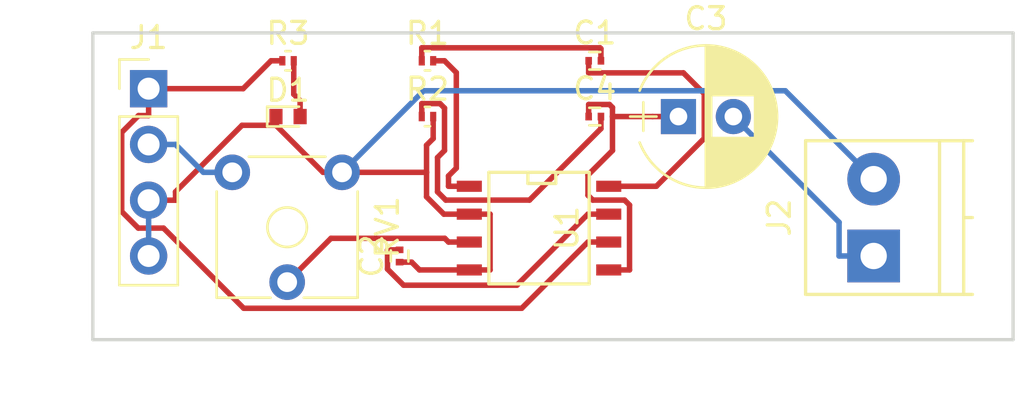
<source format=kicad_pcb>
(kicad_pcb (version 4) (host pcbnew 4.0.7-e2-6376~60~ubuntu17.10.1)

  (general
    (links 21)
    (no_connects 0)
    (area 49.454999 85.014999 91.515001 99.135001)
    (thickness 1.6)
    (drawings 4)
    (tracks 97)
    (zones 0)
    (modules 12)
    (nets 13)
  )

  (page A4)
  (layers
    (0 F.Cu signal)
    (31 B.Cu signal)
    (32 B.Adhes user)
    (33 F.Adhes user)
    (34 B.Paste user)
    (35 F.Paste user)
    (36 B.SilkS user)
    (37 F.SilkS user)
    (38 B.Mask user)
    (39 F.Mask user)
    (40 Dwgs.User user)
    (41 Cmts.User user)
    (42 Eco1.User user)
    (43 Eco2.User user)
    (44 Edge.Cuts user)
    (45 Margin user)
    (46 B.CrtYd user)
    (47 F.CrtYd user)
    (48 B.Fab user)
    (49 F.Fab user)
  )

  (setup
    (last_trace_width 0.25)
    (trace_clearance 0.25)
    (zone_clearance 0.508)
    (zone_45_only no)
    (trace_min 0.2)
    (segment_width 0.2)
    (edge_width 0.15)
    (via_size 0.6)
    (via_drill 0.4)
    (via_min_size 0.4)
    (via_min_drill 0.3)
    (uvia_size 0.3)
    (uvia_drill 0.1)
    (uvias_allowed no)
    (uvia_min_size 0.2)
    (uvia_min_drill 0.1)
    (pcb_text_width 0.3)
    (pcb_text_size 1.5 1.5)
    (mod_edge_width 0.15)
    (mod_text_size 1 1)
    (mod_text_width 0.15)
    (pad_size 1.524 1.524)
    (pad_drill 0.762)
    (pad_to_mask_clearance 0.2)
    (aux_axis_origin 0 0)
    (visible_elements FFFFFF7F)
    (pcbplotparams
      (layerselection 0x00030_80000001)
      (usegerberextensions false)
      (excludeedgelayer true)
      (linewidth 0.100000)
      (plotframeref false)
      (viasonmask false)
      (mode 1)
      (useauxorigin false)
      (hpglpennumber 1)
      (hpglpenspeed 20)
      (hpglpendiameter 15)
      (hpglpenoverlay 2)
      (psnegative false)
      (psa4output false)
      (plotreference true)
      (plotvalue true)
      (plotinvisibletext false)
      (padsonsilk false)
      (subtractmaskfromsilk false)
      (outputformat 1)
      (mirror false)
      (drillshape 1)
      (scaleselection 1)
      (outputdirectory ""))
  )

  (net 0 "")
  (net 1 "Net-(C1-Pad1)")
  (net 2 "Net-(C1-Pad2)")
  (net 3 GND)
  (net 4 "Net-(C2-Pad2)")
  (net 5 "Net-(C3-Pad1)")
  (net 6 "Net-(C3-Pad2)")
  (net 7 "Net-(C4-Pad2)")
  (net 8 "Net-(D1-Pad2)")
  (net 9 +5V)
  (net 10 "Net-(J1-Pad2)")
  (net 11 "Net-(R1-Pad2)")
  (net 12 "Net-(RV1-Pad2)")

  (net_class Default "Questo è il gruppo di collegamenti predefinito"
    (clearance 0.25)
    (trace_width 0.25)
    (via_dia 0.6)
    (via_drill 0.4)
    (uvia_dia 0.3)
    (uvia_drill 0.1)
    (add_net +5V)
    (add_net GND)
    (add_net "Net-(C1-Pad1)")
    (add_net "Net-(C1-Pad2)")
    (add_net "Net-(C2-Pad2)")
    (add_net "Net-(C3-Pad1)")
    (add_net "Net-(C3-Pad2)")
    (add_net "Net-(C4-Pad2)")
    (add_net "Net-(D1-Pad2)")
    (add_net "Net-(J1-Pad2)")
    (add_net "Net-(R1-Pad2)")
    (add_net "Net-(RV1-Pad2)")
  )

  (module Capacitors_SMD:C_0201 (layer F.Cu) (tedit 58AA83DF) (tstamp 5ADF0BB1)
    (at 72.39 86.36)
    (descr "Capacitor SMD 0201, reflow soldering, AVX (see smccp.pdf)")
    (tags "capacitor 0201")
    (path /5ADF099F)
    (attr smd)
    (fp_text reference C1 (at 0 -1.27) (layer F.SilkS)
      (effects (font (size 1 1) (thickness 0.15)))
    )
    (fp_text value 10pF (at 0 1.27) (layer F.Fab)
      (effects (font (size 1 1) (thickness 0.15)))
    )
    (fp_text user %R (at 0 -1.27) (layer F.Fab)
      (effects (font (size 1 1) (thickness 0.15)))
    )
    (fp_line (start -0.3 0.15) (end -0.3 -0.15) (layer F.Fab) (width 0.1))
    (fp_line (start 0.3 0.15) (end -0.3 0.15) (layer F.Fab) (width 0.1))
    (fp_line (start 0.3 -0.15) (end 0.3 0.15) (layer F.Fab) (width 0.1))
    (fp_line (start -0.3 -0.15) (end 0.3 -0.15) (layer F.Fab) (width 0.1))
    (fp_line (start 0.25 0.4) (end -0.25 0.4) (layer F.SilkS) (width 0.12))
    (fp_line (start -0.25 -0.4) (end 0.25 -0.4) (layer F.SilkS) (width 0.12))
    (fp_line (start -0.58 -0.33) (end 0.58 -0.33) (layer F.CrtYd) (width 0.05))
    (fp_line (start -0.58 -0.33) (end -0.58 0.32) (layer F.CrtYd) (width 0.05))
    (fp_line (start 0.58 0.32) (end 0.58 -0.33) (layer F.CrtYd) (width 0.05))
    (fp_line (start 0.58 0.32) (end -0.58 0.32) (layer F.CrtYd) (width 0.05))
    (pad 1 smd rect (at -0.28 0) (size 0.3 0.35) (layers F.Cu F.Paste F.Mask)
      (net 1 "Net-(C1-Pad1)"))
    (pad 2 smd rect (at 0.28 0) (size 0.3 0.35) (layers F.Cu F.Paste F.Mask)
      (net 2 "Net-(C1-Pad2)"))
    (model Capacitors_SMD.3dshapes/C_0201.wrl
      (at (xyz 0 0 0))
      (scale (xyz 1 1 1))
      (rotate (xyz 0 0 0))
    )
  )

  (module Capacitors_SMD:C_0201 (layer F.Cu) (tedit 58AA83DF) (tstamp 5ADF0BB7)
    (at 63.5 95.25 90)
    (descr "Capacitor SMD 0201, reflow soldering, AVX (see smccp.pdf)")
    (tags "capacitor 0201")
    (path /5ADF0D6B)
    (attr smd)
    (fp_text reference C2 (at 0 -1.27 90) (layer F.SilkS)
      (effects (font (size 1 1) (thickness 0.15)))
    )
    (fp_text value 10nF (at 0 1.27 90) (layer F.Fab)
      (effects (font (size 1 1) (thickness 0.15)))
    )
    (fp_text user %R (at 0 -1.27 90) (layer F.Fab)
      (effects (font (size 1 1) (thickness 0.15)))
    )
    (fp_line (start -0.3 0.15) (end -0.3 -0.15) (layer F.Fab) (width 0.1))
    (fp_line (start 0.3 0.15) (end -0.3 0.15) (layer F.Fab) (width 0.1))
    (fp_line (start 0.3 -0.15) (end 0.3 0.15) (layer F.Fab) (width 0.1))
    (fp_line (start -0.3 -0.15) (end 0.3 -0.15) (layer F.Fab) (width 0.1))
    (fp_line (start 0.25 0.4) (end -0.25 0.4) (layer F.SilkS) (width 0.12))
    (fp_line (start -0.25 -0.4) (end 0.25 -0.4) (layer F.SilkS) (width 0.12))
    (fp_line (start -0.58 -0.33) (end 0.58 -0.33) (layer F.CrtYd) (width 0.05))
    (fp_line (start -0.58 -0.33) (end -0.58 0.32) (layer F.CrtYd) (width 0.05))
    (fp_line (start 0.58 0.32) (end 0.58 -0.33) (layer F.CrtYd) (width 0.05))
    (fp_line (start 0.58 0.32) (end -0.58 0.32) (layer F.CrtYd) (width 0.05))
    (pad 1 smd rect (at -0.28 0 90) (size 0.3 0.35) (layers F.Cu F.Paste F.Mask)
      (net 3 GND))
    (pad 2 smd rect (at 0.28 0 90) (size 0.3 0.35) (layers F.Cu F.Paste F.Mask)
      (net 4 "Net-(C2-Pad2)"))
    (model Capacitors_SMD.3dshapes/C_0201.wrl
      (at (xyz 0 0 0))
      (scale (xyz 1 1 1))
      (rotate (xyz 0 0 0))
    )
  )

  (module Capacitors_THT:CP_Radial_D6.3mm_P2.50mm (layer F.Cu) (tedit 597BC7C2) (tstamp 5ADF0BBD)
    (at 76.2 88.9)
    (descr "CP, Radial series, Radial, pin pitch=2.50mm, , diameter=6.3mm, Electrolytic Capacitor")
    (tags "CP Radial series Radial pin pitch 2.50mm  diameter 6.3mm Electrolytic Capacitor")
    (path /5ADF0B3A)
    (fp_text reference C3 (at 1.25 -4.46) (layer F.SilkS)
      (effects (font (size 1 1) (thickness 0.15)))
    )
    (fp_text value 100uF (at 1.25 4.46) (layer F.Fab)
      (effects (font (size 1 1) (thickness 0.15)))
    )
    (fp_arc (start 1.25 0) (end -1.767482 -1.18) (angle 137.3) (layer F.SilkS) (width 0.12))
    (fp_arc (start 1.25 0) (end -1.767482 1.18) (angle -137.3) (layer F.SilkS) (width 0.12))
    (fp_arc (start 1.25 0) (end 4.267482 -1.18) (angle 42.7) (layer F.SilkS) (width 0.12))
    (fp_circle (center 1.25 0) (end 4.4 0) (layer F.Fab) (width 0.1))
    (fp_line (start -2.2 0) (end -1 0) (layer F.Fab) (width 0.1))
    (fp_line (start -1.6 -0.65) (end -1.6 0.65) (layer F.Fab) (width 0.1))
    (fp_line (start 1.25 -3.2) (end 1.25 3.2) (layer F.SilkS) (width 0.12))
    (fp_line (start 1.29 -3.2) (end 1.29 3.2) (layer F.SilkS) (width 0.12))
    (fp_line (start 1.33 -3.2) (end 1.33 3.2) (layer F.SilkS) (width 0.12))
    (fp_line (start 1.37 -3.198) (end 1.37 3.198) (layer F.SilkS) (width 0.12))
    (fp_line (start 1.41 -3.197) (end 1.41 3.197) (layer F.SilkS) (width 0.12))
    (fp_line (start 1.45 -3.194) (end 1.45 3.194) (layer F.SilkS) (width 0.12))
    (fp_line (start 1.49 -3.192) (end 1.49 3.192) (layer F.SilkS) (width 0.12))
    (fp_line (start 1.53 -3.188) (end 1.53 -0.98) (layer F.SilkS) (width 0.12))
    (fp_line (start 1.53 0.98) (end 1.53 3.188) (layer F.SilkS) (width 0.12))
    (fp_line (start 1.57 -3.185) (end 1.57 -0.98) (layer F.SilkS) (width 0.12))
    (fp_line (start 1.57 0.98) (end 1.57 3.185) (layer F.SilkS) (width 0.12))
    (fp_line (start 1.61 -3.18) (end 1.61 -0.98) (layer F.SilkS) (width 0.12))
    (fp_line (start 1.61 0.98) (end 1.61 3.18) (layer F.SilkS) (width 0.12))
    (fp_line (start 1.65 -3.176) (end 1.65 -0.98) (layer F.SilkS) (width 0.12))
    (fp_line (start 1.65 0.98) (end 1.65 3.176) (layer F.SilkS) (width 0.12))
    (fp_line (start 1.69 -3.17) (end 1.69 -0.98) (layer F.SilkS) (width 0.12))
    (fp_line (start 1.69 0.98) (end 1.69 3.17) (layer F.SilkS) (width 0.12))
    (fp_line (start 1.73 -3.165) (end 1.73 -0.98) (layer F.SilkS) (width 0.12))
    (fp_line (start 1.73 0.98) (end 1.73 3.165) (layer F.SilkS) (width 0.12))
    (fp_line (start 1.77 -3.158) (end 1.77 -0.98) (layer F.SilkS) (width 0.12))
    (fp_line (start 1.77 0.98) (end 1.77 3.158) (layer F.SilkS) (width 0.12))
    (fp_line (start 1.81 -3.152) (end 1.81 -0.98) (layer F.SilkS) (width 0.12))
    (fp_line (start 1.81 0.98) (end 1.81 3.152) (layer F.SilkS) (width 0.12))
    (fp_line (start 1.85 -3.144) (end 1.85 -0.98) (layer F.SilkS) (width 0.12))
    (fp_line (start 1.85 0.98) (end 1.85 3.144) (layer F.SilkS) (width 0.12))
    (fp_line (start 1.89 -3.137) (end 1.89 -0.98) (layer F.SilkS) (width 0.12))
    (fp_line (start 1.89 0.98) (end 1.89 3.137) (layer F.SilkS) (width 0.12))
    (fp_line (start 1.93 -3.128) (end 1.93 -0.98) (layer F.SilkS) (width 0.12))
    (fp_line (start 1.93 0.98) (end 1.93 3.128) (layer F.SilkS) (width 0.12))
    (fp_line (start 1.971 -3.119) (end 1.971 -0.98) (layer F.SilkS) (width 0.12))
    (fp_line (start 1.971 0.98) (end 1.971 3.119) (layer F.SilkS) (width 0.12))
    (fp_line (start 2.011 -3.11) (end 2.011 -0.98) (layer F.SilkS) (width 0.12))
    (fp_line (start 2.011 0.98) (end 2.011 3.11) (layer F.SilkS) (width 0.12))
    (fp_line (start 2.051 -3.1) (end 2.051 -0.98) (layer F.SilkS) (width 0.12))
    (fp_line (start 2.051 0.98) (end 2.051 3.1) (layer F.SilkS) (width 0.12))
    (fp_line (start 2.091 -3.09) (end 2.091 -0.98) (layer F.SilkS) (width 0.12))
    (fp_line (start 2.091 0.98) (end 2.091 3.09) (layer F.SilkS) (width 0.12))
    (fp_line (start 2.131 -3.079) (end 2.131 -0.98) (layer F.SilkS) (width 0.12))
    (fp_line (start 2.131 0.98) (end 2.131 3.079) (layer F.SilkS) (width 0.12))
    (fp_line (start 2.171 -3.067) (end 2.171 -0.98) (layer F.SilkS) (width 0.12))
    (fp_line (start 2.171 0.98) (end 2.171 3.067) (layer F.SilkS) (width 0.12))
    (fp_line (start 2.211 -3.055) (end 2.211 -0.98) (layer F.SilkS) (width 0.12))
    (fp_line (start 2.211 0.98) (end 2.211 3.055) (layer F.SilkS) (width 0.12))
    (fp_line (start 2.251 -3.042) (end 2.251 -0.98) (layer F.SilkS) (width 0.12))
    (fp_line (start 2.251 0.98) (end 2.251 3.042) (layer F.SilkS) (width 0.12))
    (fp_line (start 2.291 -3.029) (end 2.291 -0.98) (layer F.SilkS) (width 0.12))
    (fp_line (start 2.291 0.98) (end 2.291 3.029) (layer F.SilkS) (width 0.12))
    (fp_line (start 2.331 -3.015) (end 2.331 -0.98) (layer F.SilkS) (width 0.12))
    (fp_line (start 2.331 0.98) (end 2.331 3.015) (layer F.SilkS) (width 0.12))
    (fp_line (start 2.371 -3.001) (end 2.371 -0.98) (layer F.SilkS) (width 0.12))
    (fp_line (start 2.371 0.98) (end 2.371 3.001) (layer F.SilkS) (width 0.12))
    (fp_line (start 2.411 -2.986) (end 2.411 -0.98) (layer F.SilkS) (width 0.12))
    (fp_line (start 2.411 0.98) (end 2.411 2.986) (layer F.SilkS) (width 0.12))
    (fp_line (start 2.451 -2.97) (end 2.451 -0.98) (layer F.SilkS) (width 0.12))
    (fp_line (start 2.451 0.98) (end 2.451 2.97) (layer F.SilkS) (width 0.12))
    (fp_line (start 2.491 -2.954) (end 2.491 -0.98) (layer F.SilkS) (width 0.12))
    (fp_line (start 2.491 0.98) (end 2.491 2.954) (layer F.SilkS) (width 0.12))
    (fp_line (start 2.531 -2.937) (end 2.531 -0.98) (layer F.SilkS) (width 0.12))
    (fp_line (start 2.531 0.98) (end 2.531 2.937) (layer F.SilkS) (width 0.12))
    (fp_line (start 2.571 -2.919) (end 2.571 -0.98) (layer F.SilkS) (width 0.12))
    (fp_line (start 2.571 0.98) (end 2.571 2.919) (layer F.SilkS) (width 0.12))
    (fp_line (start 2.611 -2.901) (end 2.611 -0.98) (layer F.SilkS) (width 0.12))
    (fp_line (start 2.611 0.98) (end 2.611 2.901) (layer F.SilkS) (width 0.12))
    (fp_line (start 2.651 -2.882) (end 2.651 -0.98) (layer F.SilkS) (width 0.12))
    (fp_line (start 2.651 0.98) (end 2.651 2.882) (layer F.SilkS) (width 0.12))
    (fp_line (start 2.691 -2.863) (end 2.691 -0.98) (layer F.SilkS) (width 0.12))
    (fp_line (start 2.691 0.98) (end 2.691 2.863) (layer F.SilkS) (width 0.12))
    (fp_line (start 2.731 -2.843) (end 2.731 -0.98) (layer F.SilkS) (width 0.12))
    (fp_line (start 2.731 0.98) (end 2.731 2.843) (layer F.SilkS) (width 0.12))
    (fp_line (start 2.771 -2.822) (end 2.771 -0.98) (layer F.SilkS) (width 0.12))
    (fp_line (start 2.771 0.98) (end 2.771 2.822) (layer F.SilkS) (width 0.12))
    (fp_line (start 2.811 -2.8) (end 2.811 -0.98) (layer F.SilkS) (width 0.12))
    (fp_line (start 2.811 0.98) (end 2.811 2.8) (layer F.SilkS) (width 0.12))
    (fp_line (start 2.851 -2.778) (end 2.851 -0.98) (layer F.SilkS) (width 0.12))
    (fp_line (start 2.851 0.98) (end 2.851 2.778) (layer F.SilkS) (width 0.12))
    (fp_line (start 2.891 -2.755) (end 2.891 -0.98) (layer F.SilkS) (width 0.12))
    (fp_line (start 2.891 0.98) (end 2.891 2.755) (layer F.SilkS) (width 0.12))
    (fp_line (start 2.931 -2.731) (end 2.931 -0.98) (layer F.SilkS) (width 0.12))
    (fp_line (start 2.931 0.98) (end 2.931 2.731) (layer F.SilkS) (width 0.12))
    (fp_line (start 2.971 -2.706) (end 2.971 -0.98) (layer F.SilkS) (width 0.12))
    (fp_line (start 2.971 0.98) (end 2.971 2.706) (layer F.SilkS) (width 0.12))
    (fp_line (start 3.011 -2.681) (end 3.011 -0.98) (layer F.SilkS) (width 0.12))
    (fp_line (start 3.011 0.98) (end 3.011 2.681) (layer F.SilkS) (width 0.12))
    (fp_line (start 3.051 -2.654) (end 3.051 -0.98) (layer F.SilkS) (width 0.12))
    (fp_line (start 3.051 0.98) (end 3.051 2.654) (layer F.SilkS) (width 0.12))
    (fp_line (start 3.091 -2.627) (end 3.091 -0.98) (layer F.SilkS) (width 0.12))
    (fp_line (start 3.091 0.98) (end 3.091 2.627) (layer F.SilkS) (width 0.12))
    (fp_line (start 3.131 -2.599) (end 3.131 -0.98) (layer F.SilkS) (width 0.12))
    (fp_line (start 3.131 0.98) (end 3.131 2.599) (layer F.SilkS) (width 0.12))
    (fp_line (start 3.171 -2.57) (end 3.171 -0.98) (layer F.SilkS) (width 0.12))
    (fp_line (start 3.171 0.98) (end 3.171 2.57) (layer F.SilkS) (width 0.12))
    (fp_line (start 3.211 -2.54) (end 3.211 -0.98) (layer F.SilkS) (width 0.12))
    (fp_line (start 3.211 0.98) (end 3.211 2.54) (layer F.SilkS) (width 0.12))
    (fp_line (start 3.251 -2.51) (end 3.251 -0.98) (layer F.SilkS) (width 0.12))
    (fp_line (start 3.251 0.98) (end 3.251 2.51) (layer F.SilkS) (width 0.12))
    (fp_line (start 3.291 -2.478) (end 3.291 -0.98) (layer F.SilkS) (width 0.12))
    (fp_line (start 3.291 0.98) (end 3.291 2.478) (layer F.SilkS) (width 0.12))
    (fp_line (start 3.331 -2.445) (end 3.331 -0.98) (layer F.SilkS) (width 0.12))
    (fp_line (start 3.331 0.98) (end 3.331 2.445) (layer F.SilkS) (width 0.12))
    (fp_line (start 3.371 -2.411) (end 3.371 -0.98) (layer F.SilkS) (width 0.12))
    (fp_line (start 3.371 0.98) (end 3.371 2.411) (layer F.SilkS) (width 0.12))
    (fp_line (start 3.411 -2.375) (end 3.411 -0.98) (layer F.SilkS) (width 0.12))
    (fp_line (start 3.411 0.98) (end 3.411 2.375) (layer F.SilkS) (width 0.12))
    (fp_line (start 3.451 -2.339) (end 3.451 -0.98) (layer F.SilkS) (width 0.12))
    (fp_line (start 3.451 0.98) (end 3.451 2.339) (layer F.SilkS) (width 0.12))
    (fp_line (start 3.491 -2.301) (end 3.491 2.301) (layer F.SilkS) (width 0.12))
    (fp_line (start 3.531 -2.262) (end 3.531 2.262) (layer F.SilkS) (width 0.12))
    (fp_line (start 3.571 -2.222) (end 3.571 2.222) (layer F.SilkS) (width 0.12))
    (fp_line (start 3.611 -2.18) (end 3.611 2.18) (layer F.SilkS) (width 0.12))
    (fp_line (start 3.651 -2.137) (end 3.651 2.137) (layer F.SilkS) (width 0.12))
    (fp_line (start 3.691 -2.092) (end 3.691 2.092) (layer F.SilkS) (width 0.12))
    (fp_line (start 3.731 -2.045) (end 3.731 2.045) (layer F.SilkS) (width 0.12))
    (fp_line (start 3.771 -1.997) (end 3.771 1.997) (layer F.SilkS) (width 0.12))
    (fp_line (start 3.811 -1.946) (end 3.811 1.946) (layer F.SilkS) (width 0.12))
    (fp_line (start 3.851 -1.894) (end 3.851 1.894) (layer F.SilkS) (width 0.12))
    (fp_line (start 3.891 -1.839) (end 3.891 1.839) (layer F.SilkS) (width 0.12))
    (fp_line (start 3.931 -1.781) (end 3.931 1.781) (layer F.SilkS) (width 0.12))
    (fp_line (start 3.971 -1.721) (end 3.971 1.721) (layer F.SilkS) (width 0.12))
    (fp_line (start 4.011 -1.658) (end 4.011 1.658) (layer F.SilkS) (width 0.12))
    (fp_line (start 4.051 -1.591) (end 4.051 1.591) (layer F.SilkS) (width 0.12))
    (fp_line (start 4.091 -1.52) (end 4.091 1.52) (layer F.SilkS) (width 0.12))
    (fp_line (start 4.131 -1.445) (end 4.131 1.445) (layer F.SilkS) (width 0.12))
    (fp_line (start 4.171 -1.364) (end 4.171 1.364) (layer F.SilkS) (width 0.12))
    (fp_line (start 4.211 -1.278) (end 4.211 1.278) (layer F.SilkS) (width 0.12))
    (fp_line (start 4.251 -1.184) (end 4.251 1.184) (layer F.SilkS) (width 0.12))
    (fp_line (start 4.291 -1.081) (end 4.291 1.081) (layer F.SilkS) (width 0.12))
    (fp_line (start 4.331 -0.966) (end 4.331 0.966) (layer F.SilkS) (width 0.12))
    (fp_line (start 4.371 -0.834) (end 4.371 0.834) (layer F.SilkS) (width 0.12))
    (fp_line (start 4.411 -0.676) (end 4.411 0.676) (layer F.SilkS) (width 0.12))
    (fp_line (start 4.451 -0.468) (end 4.451 0.468) (layer F.SilkS) (width 0.12))
    (fp_line (start -2.2 0) (end -1 0) (layer F.SilkS) (width 0.12))
    (fp_line (start -1.6 -0.65) (end -1.6 0.65) (layer F.SilkS) (width 0.12))
    (fp_line (start -2.25 -3.5) (end -2.25 3.5) (layer F.CrtYd) (width 0.05))
    (fp_line (start -2.25 3.5) (end 4.75 3.5) (layer F.CrtYd) (width 0.05))
    (fp_line (start 4.75 3.5) (end 4.75 -3.5) (layer F.CrtYd) (width 0.05))
    (fp_line (start 4.75 -3.5) (end -2.25 -3.5) (layer F.CrtYd) (width 0.05))
    (fp_text user %R (at 1.25 0) (layer F.Fab)
      (effects (font (size 1 1) (thickness 0.15)))
    )
    (pad 1 thru_hole rect (at 0 0) (size 1.6 1.6) (drill 0.8) (layers *.Cu *.Mask)
      (net 5 "Net-(C3-Pad1)"))
    (pad 2 thru_hole circle (at 2.5 0) (size 1.6 1.6) (drill 0.8) (layers *.Cu *.Mask)
      (net 6 "Net-(C3-Pad2)"))
    (model ${KISYS3DMOD}/Capacitors_THT.3dshapes/CP_Radial_D6.3mm_P2.50mm.wrl
      (at (xyz 0 0 0))
      (scale (xyz 1 1 1))
      (rotate (xyz 0 0 0))
    )
  )

  (module Capacitors_SMD:C_0201 (layer F.Cu) (tedit 58AA83DF) (tstamp 5ADF0BC3)
    (at 72.39 88.9)
    (descr "Capacitor SMD 0201, reflow soldering, AVX (see smccp.pdf)")
    (tags "capacitor 0201")
    (path /5ADF1323)
    (attr smd)
    (fp_text reference C4 (at 0 -1.27) (layer F.SilkS)
      (effects (font (size 1 1) (thickness 0.15)))
    )
    (fp_text value C (at 0 1.27) (layer F.Fab)
      (effects (font (size 1 1) (thickness 0.15)))
    )
    (fp_text user %R (at 0 -1.27) (layer F.Fab)
      (effects (font (size 1 1) (thickness 0.15)))
    )
    (fp_line (start -0.3 0.15) (end -0.3 -0.15) (layer F.Fab) (width 0.1))
    (fp_line (start 0.3 0.15) (end -0.3 0.15) (layer F.Fab) (width 0.1))
    (fp_line (start 0.3 -0.15) (end 0.3 0.15) (layer F.Fab) (width 0.1))
    (fp_line (start -0.3 -0.15) (end 0.3 -0.15) (layer F.Fab) (width 0.1))
    (fp_line (start 0.25 0.4) (end -0.25 0.4) (layer F.SilkS) (width 0.12))
    (fp_line (start -0.25 -0.4) (end 0.25 -0.4) (layer F.SilkS) (width 0.12))
    (fp_line (start -0.58 -0.33) (end 0.58 -0.33) (layer F.CrtYd) (width 0.05))
    (fp_line (start -0.58 -0.33) (end -0.58 0.32) (layer F.CrtYd) (width 0.05))
    (fp_line (start 0.58 0.32) (end 0.58 -0.33) (layer F.CrtYd) (width 0.05))
    (fp_line (start 0.58 0.32) (end -0.58 0.32) (layer F.CrtYd) (width 0.05))
    (pad 1 smd rect (at -0.28 0) (size 0.3 0.35) (layers F.Cu F.Paste F.Mask)
      (net 5 "Net-(C3-Pad1)"))
    (pad 2 smd rect (at 0.28 0) (size 0.3 0.35) (layers F.Cu F.Paste F.Mask)
      (net 7 "Net-(C4-Pad2)"))
    (model Capacitors_SMD.3dshapes/C_0201.wrl
      (at (xyz 0 0 0))
      (scale (xyz 1 1 1))
      (rotate (xyz 0 0 0))
    )
  )

  (module LEDs:LED_0402 (layer F.Cu) (tedit 57FE9357) (tstamp 5ADF0BC9)
    (at 58.42 88.9)
    (descr "LED 0402 smd package")
    (tags "LED led 0402 SMD smd SMT smt smdled SMDLED smtled SMTLED")
    (path /5ADF16DF)
    (attr smd)
    (fp_text reference D1 (at 0 -1.2) (layer F.SilkS)
      (effects (font (size 1 1) (thickness 0.15)))
    )
    (fp_text value LED (at 0 1.4) (layer F.Fab)
      (effects (font (size 1 1) (thickness 0.15)))
    )
    (fp_line (start -0.95 -0.45) (end -0.95 0.45) (layer F.SilkS) (width 0.12))
    (fp_line (start -0.15 -0.2) (end -0.15 0.2) (layer F.Fab) (width 0.1))
    (fp_line (start -0.15 0) (end 0.15 -0.2) (layer F.Fab) (width 0.1))
    (fp_line (start 0.15 0.2) (end -0.15 0) (layer F.Fab) (width 0.1))
    (fp_line (start 0.15 -0.2) (end 0.15 0.2) (layer F.Fab) (width 0.1))
    (fp_line (start 0.5 0.25) (end -0.5 0.25) (layer F.Fab) (width 0.1))
    (fp_line (start 0.5 -0.25) (end 0.5 0.25) (layer F.Fab) (width 0.1))
    (fp_line (start -0.5 -0.25) (end 0.5 -0.25) (layer F.Fab) (width 0.1))
    (fp_line (start -0.5 0.25) (end -0.5 -0.25) (layer F.Fab) (width 0.1))
    (fp_line (start -0.95 0.45) (end 0.5 0.45) (layer F.SilkS) (width 0.12))
    (fp_line (start -0.95 -0.45) (end 0.5 -0.45) (layer F.SilkS) (width 0.12))
    (fp_line (start 1 -0.5) (end 1 0.5) (layer F.CrtYd) (width 0.05))
    (fp_line (start 1 0.5) (end -1 0.5) (layer F.CrtYd) (width 0.05))
    (fp_line (start -1 0.5) (end -1 -0.5) (layer F.CrtYd) (width 0.05))
    (fp_line (start -1 -0.5) (end 1 -0.5) (layer F.CrtYd) (width 0.05))
    (pad 2 smd rect (at 0.55 0 180) (size 0.6 0.7) (layers F.Cu F.Paste F.Mask)
      (net 8 "Net-(D1-Pad2)"))
    (pad 1 smd rect (at -0.55 0 180) (size 0.6 0.7) (layers F.Cu F.Paste F.Mask)
      (net 3 GND))
    (model ${KISYS3DMOD}/LEDs.3dshapes/LED_0402.wrl
      (at (xyz 0 0 0))
      (scale (xyz 1 1 1))
      (rotate (xyz 0 0 180))
    )
  )

  (module Pin_Headers:Pin_Header_Straight_1x04_Pitch2.54mm (layer F.Cu) (tedit 59650532) (tstamp 5ADF0BD1)
    (at 52.07 87.63)
    (descr "Through hole straight pin header, 1x04, 2.54mm pitch, single row")
    (tags "Through hole pin header THT 1x04 2.54mm single row")
    (path /5ADF2A4F)
    (fp_text reference J1 (at 0 -2.33) (layer F.SilkS)
      (effects (font (size 1 1) (thickness 0.15)))
    )
    (fp_text value Conn_01x04_Male (at 0 9.95) (layer F.Fab)
      (effects (font (size 1 1) (thickness 0.15)))
    )
    (fp_line (start -0.635 -1.27) (end 1.27 -1.27) (layer F.Fab) (width 0.1))
    (fp_line (start 1.27 -1.27) (end 1.27 8.89) (layer F.Fab) (width 0.1))
    (fp_line (start 1.27 8.89) (end -1.27 8.89) (layer F.Fab) (width 0.1))
    (fp_line (start -1.27 8.89) (end -1.27 -0.635) (layer F.Fab) (width 0.1))
    (fp_line (start -1.27 -0.635) (end -0.635 -1.27) (layer F.Fab) (width 0.1))
    (fp_line (start -1.33 8.95) (end 1.33 8.95) (layer F.SilkS) (width 0.12))
    (fp_line (start -1.33 1.27) (end -1.33 8.95) (layer F.SilkS) (width 0.12))
    (fp_line (start 1.33 1.27) (end 1.33 8.95) (layer F.SilkS) (width 0.12))
    (fp_line (start -1.33 1.27) (end 1.33 1.27) (layer F.SilkS) (width 0.12))
    (fp_line (start -1.33 0) (end -1.33 -1.33) (layer F.SilkS) (width 0.12))
    (fp_line (start -1.33 -1.33) (end 0 -1.33) (layer F.SilkS) (width 0.12))
    (fp_line (start -1.8 -1.8) (end -1.8 9.4) (layer F.CrtYd) (width 0.05))
    (fp_line (start -1.8 9.4) (end 1.8 9.4) (layer F.CrtYd) (width 0.05))
    (fp_line (start 1.8 9.4) (end 1.8 -1.8) (layer F.CrtYd) (width 0.05))
    (fp_line (start 1.8 -1.8) (end -1.8 -1.8) (layer F.CrtYd) (width 0.05))
    (fp_text user %R (at 0 3.81 90) (layer F.Fab)
      (effects (font (size 1 1) (thickness 0.15)))
    )
    (pad 1 thru_hole rect (at 0 0) (size 1.7 1.7) (drill 1) (layers *.Cu *.Mask)
      (net 9 +5V))
    (pad 2 thru_hole oval (at 0 2.54) (size 1.7 1.7) (drill 1) (layers *.Cu *.Mask)
      (net 10 "Net-(J1-Pad2)"))
    (pad 3 thru_hole oval (at 0 5.08) (size 1.7 1.7) (drill 1) (layers *.Cu *.Mask)
      (net 3 GND))
    (pad 4 thru_hole oval (at 0 7.62) (size 1.7 1.7) (drill 1) (layers *.Cu *.Mask)
      (net 3 GND))
    (model ${KISYS3DMOD}/Pin_Headers.3dshapes/Pin_Header_Straight_1x04_Pitch2.54mm.wrl
      (at (xyz 0 0 0))
      (scale (xyz 1 1 1))
      (rotate (xyz 0 0 0))
    )
  )

  (module Resistors_SMD:R_0201 (layer F.Cu) (tedit 58E0A804) (tstamp 5ADF0BDD)
    (at 64.77 86.36)
    (descr "Resistor SMD 0201, reflow soldering, Vishay (see crcw0201e3.pdf)")
    (tags "resistor 0201")
    (path /5ADF0903)
    (attr smd)
    (fp_text reference R1 (at 0 -1.25) (layer F.SilkS)
      (effects (font (size 1 1) (thickness 0.15)))
    )
    (fp_text value 0 (at 0 1.3) (layer F.Fab)
      (effects (font (size 1 1) (thickness 0.15)))
    )
    (fp_text user %R (at 0 -1.25) (layer F.Fab)
      (effects (font (size 1 1) (thickness 0.15)))
    )
    (fp_line (start -0.3 0.15) (end -0.3 -0.15) (layer F.Fab) (width 0.1))
    (fp_line (start 0.3 0.15) (end -0.3 0.15) (layer F.Fab) (width 0.1))
    (fp_line (start 0.3 -0.15) (end 0.3 0.15) (layer F.Fab) (width 0.1))
    (fp_line (start -0.3 -0.15) (end 0.3 -0.15) (layer F.Fab) (width 0.1))
    (fp_line (start 0.12 -0.44) (end -0.12 -0.44) (layer F.SilkS) (width 0.12))
    (fp_line (start -0.12 0.44) (end 0.12 0.44) (layer F.SilkS) (width 0.12))
    (fp_line (start -0.55 -0.37) (end 0.55 -0.37) (layer F.CrtYd) (width 0.05))
    (fp_line (start -0.55 -0.37) (end -0.55 0.36) (layer F.CrtYd) (width 0.05))
    (fp_line (start 0.55 0.36) (end 0.55 -0.37) (layer F.CrtYd) (width 0.05))
    (fp_line (start 0.55 0.36) (end -0.55 0.36) (layer F.CrtYd) (width 0.05))
    (pad 1 smd rect (at -0.26 0) (size 0.28 0.43) (layers F.Cu F.Paste F.Mask)
      (net 2 "Net-(C1-Pad2)"))
    (pad 2 smd rect (at 0.26 0) (size 0.28 0.43) (layers F.Cu F.Paste F.Mask)
      (net 11 "Net-(R1-Pad2)"))
    (model ${KISYS3DMOD}/Resistors_SMD.3dshapes/R_0201.wrl
      (at (xyz 0 0 0))
      (scale (xyz 1 1 1))
      (rotate (xyz 0 0 0))
    )
  )

  (module Resistors_SMD:R_0201 (layer F.Cu) (tedit 58E0A804) (tstamp 5ADF0BE3)
    (at 64.77 88.9)
    (descr "Resistor SMD 0201, reflow soldering, Vishay (see crcw0201e3.pdf)")
    (tags "resistor 0201")
    (path /5ADF1453)
    (attr smd)
    (fp_text reference R2 (at 0 -1.25) (layer F.SilkS)
      (effects (font (size 1 1) (thickness 0.15)))
    )
    (fp_text value 100 (at 0 1.3) (layer F.Fab)
      (effects (font (size 1 1) (thickness 0.15)))
    )
    (fp_text user %R (at 0 -1.25) (layer F.Fab)
      (effects (font (size 1 1) (thickness 0.15)))
    )
    (fp_line (start -0.3 0.15) (end -0.3 -0.15) (layer F.Fab) (width 0.1))
    (fp_line (start 0.3 0.15) (end -0.3 0.15) (layer F.Fab) (width 0.1))
    (fp_line (start 0.3 -0.15) (end 0.3 0.15) (layer F.Fab) (width 0.1))
    (fp_line (start -0.3 -0.15) (end 0.3 -0.15) (layer F.Fab) (width 0.1))
    (fp_line (start 0.12 -0.44) (end -0.12 -0.44) (layer F.SilkS) (width 0.12))
    (fp_line (start -0.12 0.44) (end 0.12 0.44) (layer F.SilkS) (width 0.12))
    (fp_line (start -0.55 -0.37) (end 0.55 -0.37) (layer F.CrtYd) (width 0.05))
    (fp_line (start -0.55 -0.37) (end -0.55 0.36) (layer F.CrtYd) (width 0.05))
    (fp_line (start 0.55 0.36) (end 0.55 -0.37) (layer F.CrtYd) (width 0.05))
    (fp_line (start 0.55 0.36) (end -0.55 0.36) (layer F.CrtYd) (width 0.05))
    (pad 1 smd rect (at -0.26 0) (size 0.28 0.43) (layers F.Cu F.Paste F.Mask)
      (net 7 "Net-(C4-Pad2)"))
    (pad 2 smd rect (at 0.26 0) (size 0.28 0.43) (layers F.Cu F.Paste F.Mask)
      (net 3 GND))
    (model ${KISYS3DMOD}/Resistors_SMD.3dshapes/R_0201.wrl
      (at (xyz 0 0 0))
      (scale (xyz 1 1 1))
      (rotate (xyz 0 0 0))
    )
  )

  (module Resistors_SMD:R_0201 (layer F.Cu) (tedit 58E0A804) (tstamp 5ADF0BE9)
    (at 58.42 86.36)
    (descr "Resistor SMD 0201, reflow soldering, Vishay (see crcw0201e3.pdf)")
    (tags "resistor 0201")
    (path /5ADF160C)
    (attr smd)
    (fp_text reference R3 (at 0 -1.25) (layer F.SilkS)
      (effects (font (size 1 1) (thickness 0.15)))
    )
    (fp_text value 1K (at 0 1.3) (layer F.Fab)
      (effects (font (size 1 1) (thickness 0.15)))
    )
    (fp_text user %R (at 0 -1.25) (layer F.Fab)
      (effects (font (size 1 1) (thickness 0.15)))
    )
    (fp_line (start -0.3 0.15) (end -0.3 -0.15) (layer F.Fab) (width 0.1))
    (fp_line (start 0.3 0.15) (end -0.3 0.15) (layer F.Fab) (width 0.1))
    (fp_line (start 0.3 -0.15) (end 0.3 0.15) (layer F.Fab) (width 0.1))
    (fp_line (start -0.3 -0.15) (end 0.3 -0.15) (layer F.Fab) (width 0.1))
    (fp_line (start 0.12 -0.44) (end -0.12 -0.44) (layer F.SilkS) (width 0.12))
    (fp_line (start -0.12 0.44) (end 0.12 0.44) (layer F.SilkS) (width 0.12))
    (fp_line (start -0.55 -0.37) (end 0.55 -0.37) (layer F.CrtYd) (width 0.05))
    (fp_line (start -0.55 -0.37) (end -0.55 0.36) (layer F.CrtYd) (width 0.05))
    (fp_line (start 0.55 0.36) (end 0.55 -0.37) (layer F.CrtYd) (width 0.05))
    (fp_line (start 0.55 0.36) (end -0.55 0.36) (layer F.CrtYd) (width 0.05))
    (pad 1 smd rect (at -0.26 0) (size 0.28 0.43) (layers F.Cu F.Paste F.Mask)
      (net 9 +5V))
    (pad 2 smd rect (at 0.26 0) (size 0.28 0.43) (layers F.Cu F.Paste F.Mask)
      (net 8 "Net-(D1-Pad2)"))
    (model ${KISYS3DMOD}/Resistors_SMD.3dshapes/R_0201.wrl
      (at (xyz 0 0 0))
      (scale (xyz 1 1 1))
      (rotate (xyz 0 0 0))
    )
  )

  (module SMD_Packages:SOIC-8-N (layer F.Cu) (tedit 0) (tstamp 5ADF0BFC)
    (at 69.85 93.98 270)
    (descr "Module Narrow CMS SOJ 8 pins large")
    (tags "CMS SOJ")
    (path /5ADF07DF)
    (attr smd)
    (fp_text reference U1 (at 0 -1.27 270) (layer F.SilkS)
      (effects (font (size 1 1) (thickness 0.15)))
    )
    (fp_text value LM386 (at 0 1.27 270) (layer F.Fab)
      (effects (font (size 1 1) (thickness 0.15)))
    )
    (fp_line (start -2.54 -2.286) (end 2.54 -2.286) (layer F.SilkS) (width 0.15))
    (fp_line (start 2.54 -2.286) (end 2.54 2.286) (layer F.SilkS) (width 0.15))
    (fp_line (start 2.54 2.286) (end -2.54 2.286) (layer F.SilkS) (width 0.15))
    (fp_line (start -2.54 2.286) (end -2.54 -2.286) (layer F.SilkS) (width 0.15))
    (fp_line (start -2.54 -0.762) (end -2.032 -0.762) (layer F.SilkS) (width 0.15))
    (fp_line (start -2.032 -0.762) (end -2.032 0.508) (layer F.SilkS) (width 0.15))
    (fp_line (start -2.032 0.508) (end -2.54 0.508) (layer F.SilkS) (width 0.15))
    (pad 8 smd rect (at -1.905 -3.175 270) (size 0.508 1.143) (layers F.Cu F.Paste F.Mask)
      (net 1 "Net-(C1-Pad1)"))
    (pad 7 smd rect (at -0.635 -3.175 270) (size 0.508 1.143) (layers F.Cu F.Paste F.Mask)
      (net 4 "Net-(C2-Pad2)"))
    (pad 6 smd rect (at 0.635 -3.175 270) (size 0.508 1.143) (layers F.Cu F.Paste F.Mask)
      (net 9 +5V))
    (pad 5 smd rect (at 1.905 -3.175 270) (size 0.508 1.143) (layers F.Cu F.Paste F.Mask)
      (net 5 "Net-(C3-Pad1)"))
    (pad 4 smd rect (at 1.905 3.175 270) (size 0.508 1.143) (layers F.Cu F.Paste F.Mask)
      (net 3 GND))
    (pad 3 smd rect (at 0.635 3.175 270) (size 0.508 1.143) (layers F.Cu F.Paste F.Mask)
      (net 12 "Net-(RV1-Pad2)"))
    (pad 2 smd rect (at -0.635 3.175 270) (size 0.508 1.143) (layers F.Cu F.Paste F.Mask)
      (net 3 GND))
    (pad 1 smd rect (at -1.905 3.175 270) (size 0.508 1.143) (layers F.Cu F.Paste F.Mask)
      (net 11 "Net-(R1-Pad2)"))
    (model SMD_Packages.3dshapes/SOIC-8-N.wrl
      (at (xyz 0 0 0))
      (scale (xyz 0.5 0.38 0.5))
      (rotate (xyz 0 0 0))
    )
  )

  (module Potentiometers:Potentiometer_Trimmer_ACP_CA6v_Horizontal (layer F.Cu) (tedit 58826B0A) (tstamp 5ADF0DA6)
    (at 55.88 91.44 270)
    (descr "Potentiometer, horizontally mounted, Omeg PC16PU, Omeg PC16PU, Omeg PC16PU, Vishay/Spectrol 248GJ/249GJ Single, Vishay/Spectrol 248GJ/249GJ Single, Vishay/Spectrol 248GJ/249GJ Single, Vishay/Spectrol 248GH/249GH Single, Vishay/Spectrol 148/149 Single, Vishay/Spectrol 148/149 Single, Vishay/Spectrol 148/149 Single, Vishay/Spectrol 148A/149A Single with mounting plates, Vishay/Spectrol 148/149 Double, Vishay/Spectrol 148A/149A Double with mounting plates, Piher PC-16 Single, Piher PC-16 Single, Piher PC-16 Single, Piher PC-16SV Single, Piher PC-16 Double, Piher PC-16 Triple, Piher T16H Single, Piher T16L Single, Piher T16H Double, Alps RK163 Single, Alps RK163 Double, Alps RK097 Single, Alps RK097 Double, Bourns PTV09A-2 Single with mounting sleve Single, Bourns PTV09A-1 with mounting sleve Single, Bourns PRS11S Single, Alps RK09K Single with mounting sleve Single, Alps RK09K with mounting sleve Single, Alps RK09L Single, Alps RK09L Single, Alps RK09L Double, Alps RK09L Double, Alps RK09Y Single, Bourns 3339S Single, Bourns 3339S Single, Bourns 3339P Single, Bourns 3339H Single, Vishay T7YA Single, Suntan TSR-3386H Single, Suntan TSR-3386H Single, Suntan TSR-3386P Single, Vishay T73XX Single, Vishay T73XX Single, Vishay T73YP Single, Piher PT-6h Single, Piher PT-6v Single, Piher PT-6v Single, Piher PT-10h2.5 Single, Piher PT-10h5 Single, Piher PT-101h3.8 Single, Piher PT-10v10 Single, Piher PT-10v10 Single, Piher PT-10v5 Single, Piher PT-15h5 Single, Piher PT-15h2.5 Single, Piher PT-15B Single, Piher PT-15hc5 Single, Piher PT-15v12.5 Single, Piher PT-15v12.5 Single, Piher PT-15v15 Single, Piher PT-15v15 Single, ACP CA6h Single, ACP CA6v Single, http://www.acptechnologies.com/wp-content/uploads/2016/12/ACP-CAT%C3%81LOGO-ENTERO-2016.pdf")
    (tags "Potentiometer horizontal  Omeg PC16PU  Omeg PC16PU  Omeg PC16PU  Vishay/Spectrol 248GJ/249GJ Single  Vishay/Spectrol 248GJ/249GJ Single  Vishay/Spectrol 248GJ/249GJ Single  Vishay/Spectrol 248GH/249GH Single  Vishay/Spectrol 148/149 Single  Vishay/Spectrol 148/149 Single  Vishay/Spectrol 148/149 Single  Vishay/Spectrol 148A/149A Single with mounting plates  Vishay/Spectrol 148/149 Double  Vishay/Spectrol 148A/149A Double with mounting plates  Piher PC-16 Single  Piher PC-16 Single  Piher PC-16 Single  Piher PC-16SV Single  Piher PC-16 Double  Piher PC-16 Triple  Piher T16H Single  Piher T16L Single  Piher T16H Double  Alps RK163 Single  Alps RK163 Double  Alps RK097 Single  Alps RK097 Double  Bourns PTV09A-2 Single with mounting sleve Single  Bourns PTV09A-1 with mounting sleve Single  Bourns PRS11S Single  Alps RK09K Single with mounting sleve Single  Alps RK09K with mounting sleve Single  Alps RK09L Single  Alps RK09L Single  Alps RK09L Double  Alps RK09L Double  Alps RK09Y Single  Bourns 3339S Single  Bourns 3339S Single  Bourns 3339P Single  Bourns 3339H Single  Vishay T7YA Single  Suntan TSR-3386H Single  Suntan TSR-3386H Single  Suntan TSR-3386P Single  Vishay T73XX Single  Vishay T73XX Single  Vishay T73YP Single  Piher PT-6h Single  Piher PT-6v Single  Piher PT-6v Single  Piher PT-10h2.5 Single  Piher PT-10h5 Single  Piher PT-101h3.8 Single  Piher PT-10v10 Single  Piher PT-10v10 Single  Piher PT-10v5 Single  Piher PT-15h5 Single  Piher PT-15h2.5 Single  Piher PT-15B Single  Piher PT-15hc5 Single  Piher PT-15v12.5 Single  Piher PT-15v12.5 Single  Piher PT-15v15 Single  Piher PT-15v15 Single  ACP CA6h Single  ACP CA6v Single")
    (path /5ADF089C)
    (fp_text reference RV1 (at 2.5 -7.06 270) (layer F.SilkS)
      (effects (font (size 1 1) (thickness 0.15)))
    )
    (fp_text value 10K (at 2.5 2.06 270) (layer F.Fab)
      (effects (font (size 1 1) (thickness 0.15)))
    )
    (fp_circle (center 2.5 -2.5) (end 3.5 -2.5) (layer F.Fab) (width 0.1))
    (fp_circle (center 2.5 -2.5) (end 3.4 -2.5) (layer F.Fab) (width 0.1))
    (fp_circle (center 2.5 -2.5) (end 3.4 -2.5) (layer F.SilkS) (width 0.12))
    (fp_line (start -0.65 -5.65) (end -0.65 0.65) (layer F.Fab) (width 0.1))
    (fp_line (start -0.65 0.65) (end 5.65 0.65) (layer F.Fab) (width 0.1))
    (fp_line (start 5.65 0.65) (end 5.65 -5.65) (layer F.Fab) (width 0.1))
    (fp_line (start 5.65 -5.65) (end -0.65 -5.65) (layer F.Fab) (width 0.1))
    (fp_line (start 0.873 -5.71) (end 5.71 -5.71) (layer F.SilkS) (width 0.12))
    (fp_line (start 0.873 0.71) (end 5.71 0.71) (layer F.SilkS) (width 0.12))
    (fp_line (start -0.71 -4.242) (end -0.71 -0.757) (layer F.SilkS) (width 0.12))
    (fp_line (start 5.71 -5.71) (end 5.71 -3.257) (layer F.SilkS) (width 0.12))
    (fp_line (start 5.71 -1.742) (end 5.71 0.71) (layer F.SilkS) (width 0.12))
    (fp_line (start -1.1 -6.1) (end -1.1 1.1) (layer F.CrtYd) (width 0.05))
    (fp_line (start -1.1 1.1) (end 6.1 1.1) (layer F.CrtYd) (width 0.05))
    (fp_line (start 6.1 1.1) (end 6.1 -6.1) (layer F.CrtYd) (width 0.05))
    (fp_line (start 6.1 -6.1) (end -1.1 -6.1) (layer F.CrtYd) (width 0.05))
    (pad 3 thru_hole circle (at 0 -5 270) (size 1.62 1.62) (drill 0.9) (layers *.Cu *.Mask)
      (net 3 GND))
    (pad 2 thru_hole circle (at 5 -2.5 270) (size 1.62 1.62) (drill 0.9) (layers *.Cu *.Mask)
      (net 12 "Net-(RV1-Pad2)"))
    (pad 1 thru_hole circle (at 0 0 270) (size 1.62 1.62) (drill 0.9) (layers *.Cu *.Mask)
      (net 10 "Net-(J1-Pad2)"))
    (model Potentiometers.3dshapes/Potentiometer_Trimmer_ACP_CA6v_Horizontal.wrl
      (at (xyz 0 0 0))
      (scale (xyz 0.393701 0.393701 0.393701))
      (rotate (xyz 0 0 0))
    )
  )

  (module TerminalBlocks_Phoenix:TerminalBlock_Phoenix_PT-3.5mm_2pol (layer F.Cu) (tedit 59FF0756) (tstamp 5ADF0F26)
    (at 85.09 95.25 90)
    (descr "2-way 3.5mm pitch terminal block, Phoenix PT series")
    (path /5ADF2F5C)
    (fp_text reference J2 (at 1.75 -4.3 90) (layer F.SilkS)
      (effects (font (size 1 1) (thickness 0.15)))
    )
    (fp_text value Screw_Terminal_01x02 (at 1.75 6 90) (layer F.Fab)
      (effects (font (size 1 1) (thickness 0.15)))
    )
    (fp_text user %R (at 1.75 0 90) (layer F.Fab)
      (effects (font (size 1 1) (thickness 0.15)))
    )
    (fp_line (start -1.9 -3.3) (end 5.4 -3.3) (layer F.CrtYd) (width 0.05))
    (fp_line (start -1.9 4.7) (end -1.9 -3.3) (layer F.CrtYd) (width 0.05))
    (fp_line (start 5.4 4.7) (end -1.9 4.7) (layer F.CrtYd) (width 0.05))
    (fp_line (start 5.4 -3.3) (end 5.4 4.7) (layer F.CrtYd) (width 0.05))
    (fp_line (start 1.75 4.1) (end 1.75 4.5) (layer F.SilkS) (width 0.15))
    (fp_line (start -1.75 3) (end 5.25 3) (layer F.SilkS) (width 0.15))
    (fp_line (start -1.75 4.1) (end 5.25 4.1) (layer F.SilkS) (width 0.15))
    (fp_line (start -1.75 -3.1) (end -1.75 4.5) (layer F.SilkS) (width 0.15))
    (fp_line (start 5.25 4.5) (end 5.25 -3.1) (layer F.SilkS) (width 0.15))
    (fp_line (start 5.25 -3.1) (end -1.75 -3.1) (layer F.SilkS) (width 0.15))
    (pad 2 thru_hole circle (at 3.5 0 90) (size 2.4 2.4) (drill 1.2) (layers *.Cu *.Mask)
      (net 3 GND))
    (pad 1 thru_hole rect (at 0 0 90) (size 2.4 2.4) (drill 1.2) (layers *.Cu *.Mask)
      (net 6 "Net-(C3-Pad2)"))
    (model ${KISYS3DMOD}/TerminalBlock_Phoenix.3dshapes/TerminalBlock_Phoenix_PT-3.5mm_2pol.wrl
      (at (xyz 0 0 0))
      (scale (xyz 1 1 1))
      (rotate (xyz 0 0 0))
    )
  )

  (gr_line (start 49.53 85.09) (end 49.53 99.06) (angle 90) (layer Edge.Cuts) (width 0.15))
  (gr_line (start 91.44 85.09) (end 49.53 85.09) (angle 90) (layer Edge.Cuts) (width 0.15))
  (gr_line (start 91.44 99.06) (end 91.44 85.09) (angle 90) (layer Edge.Cuts) (width 0.15))
  (gr_line (start 49.53 99.06) (end 91.44 99.06) (angle 90) (layer Edge.Cuts) (width 0.15))

  (segment (start 76.4257 86.9103) (end 72.11 86.9103) (width 0.25) (layer F.Cu) (net 1))
  (segment (start 77.3754 87.86) (end 76.4257 86.9103) (width 0.25) (layer F.Cu) (net 1))
  (segment (start 77.3754 89.8915) (end 77.3754 87.86) (width 0.25) (layer F.Cu) (net 1))
  (segment (start 75.1919 92.075) (end 77.3754 89.8915) (width 0.25) (layer F.Cu) (net 1))
  (segment (start 73.025 92.075) (end 75.1919 92.075) (width 0.25) (layer F.Cu) (net 1))
  (segment (start 72.11 86.36) (end 72.11 86.9103) (width 0.25) (layer F.Cu) (net 1))
  (segment (start 72.63 85.7697) (end 72.67 85.8097) (width 0.25) (layer F.Cu) (net 2))
  (segment (start 64.51 85.7697) (end 72.63 85.7697) (width 0.25) (layer F.Cu) (net 2))
  (segment (start 64.51 86.36) (end 64.51 85.7697) (width 0.25) (layer F.Cu) (net 2))
  (segment (start 72.67 86.36) (end 72.67 85.8097) (width 0.25) (layer F.Cu) (net 2))
  (segment (start 66.675 93.345) (end 67.6218 93.345) (width 0.25) (layer F.Cu) (net 3))
  (segment (start 64.4053 95.885) (end 64.0503 95.53) (width 0.25) (layer F.Cu) (net 3))
  (segment (start 66.675 95.885) (end 64.4053 95.885) (width 0.25) (layer F.Cu) (net 3))
  (segment (start 63.5 95.53) (end 64.0503 95.53) (width 0.25) (layer F.Cu) (net 3))
  (segment (start 67.6218 93.345) (end 67.6218 95.885) (width 0.25) (layer F.Cu) (net 3))
  (segment (start 52.07 95.25) (end 52.07 94.0247) (width 0.25) (layer B.Cu) (net 3))
  (segment (start 52.07 92.71) (end 52.07 94.0247) (width 0.25) (layer B.Cu) (net 3))
  (segment (start 64.7274 90.2046) (end 64.7274 91.44) (width 0.25) (layer F.Cu) (net 3))
  (segment (start 65.03 89.902) (end 64.7274 90.2046) (width 0.25) (layer F.Cu) (net 3))
  (segment (start 65.03 88.9) (end 65.03 89.902) (width 0.25) (layer F.Cu) (net 3))
  (segment (start 65.5161 93.345) (end 66.675 93.345) (width 0.25) (layer F.Cu) (net 3))
  (segment (start 64.7274 92.5563) (end 65.5161 93.345) (width 0.25) (layer F.Cu) (net 3))
  (segment (start 64.7274 91.44) (end 64.7274 92.5563) (width 0.25) (layer F.Cu) (net 3))
  (segment (start 66.675 95.885) (end 67.6218 95.885) (width 0.25) (layer F.Cu) (net 3))
  (segment (start 56.3244 89.298) (end 57.87 89.298) (width 0.25) (layer F.Cu) (net 3))
  (segment (start 53.2953 92.3271) (end 56.3244 89.298) (width 0.25) (layer F.Cu) (net 3))
  (segment (start 53.2953 92.71) (end 53.2953 92.3271) (width 0.25) (layer F.Cu) (net 3))
  (segment (start 57.87 88.9) (end 57.87 89.298) (width 0.25) (layer F.Cu) (net 3))
  (segment (start 52.07 92.71) (end 53.2953 92.71) (width 0.25) (layer F.Cu) (net 3))
  (segment (start 64.7274 91.44) (end 60.88 91.44) (width 0.25) (layer F.Cu) (net 3))
  (segment (start 60.012 91.44) (end 57.87 89.298) (width 0.25) (layer F.Cu) (net 3))
  (segment (start 60.88 91.44) (end 60.012 91.44) (width 0.25) (layer F.Cu) (net 3))
  (segment (start 64.5954 87.7246) (end 60.88 91.44) (width 0.25) (layer B.Cu) (net 3))
  (segment (start 81.0646 87.7246) (end 64.5954 87.7246) (width 0.25) (layer B.Cu) (net 3))
  (segment (start 85.09 91.75) (end 81.0646 87.7246) (width 0.25) (layer B.Cu) (net 3))
  (segment (start 73.025 93.345) (end 72.0782 93.345) (width 0.25) (layer F.Cu) (net 4))
  (segment (start 63.5 94.97) (end 62.9497 94.97) (width 0.25) (layer F.Cu) (net 4))
  (segment (start 62.9497 95.8477) (end 62.9497 94.97) (width 0.25) (layer F.Cu) (net 4))
  (segment (start 63.6828 96.5808) (end 62.9497 95.8477) (width 0.25) (layer F.Cu) (net 4))
  (segment (start 68.8424 96.5808) (end 63.6828 96.5808) (width 0.25) (layer F.Cu) (net 4))
  (segment (start 72.0782 93.345) (end 68.8424 96.5808) (width 0.25) (layer F.Cu) (net 4))
  (segment (start 76.2 88.9) (end 75.0247 88.9) (width 0.25) (layer F.Cu) (net 5))
  (segment (start 72.11 88.9) (end 72.11 88.3497) (width 0.25) (layer F.Cu) (net 5))
  (segment (start 75.0247 88.9) (end 73.1954 88.9) (width 0.25) (layer F.Cu) (net 5))
  (segment (start 73.1954 90.4479) (end 73.1954 88.9) (width 0.25) (layer F.Cu) (net 5))
  (segment (start 72.0781 91.5652) (end 73.1954 90.4479) (width 0.25) (layer F.Cu) (net 5))
  (segment (start 72.0781 92.4843) (end 72.0781 91.5652) (width 0.25) (layer F.Cu) (net 5))
  (segment (start 72.2981 92.7043) (end 72.0781 92.4843) (width 0.25) (layer F.Cu) (net 5))
  (segment (start 73.7461 92.7043) (end 72.2981 92.7043) (width 0.25) (layer F.Cu) (net 5))
  (segment (start 73.9718 92.93) (end 73.7461 92.7043) (width 0.25) (layer F.Cu) (net 5))
  (segment (start 73.9718 95.885) (end 73.9718 92.93) (width 0.25) (layer F.Cu) (net 5))
  (segment (start 73.0579 88.3497) (end 72.11 88.3497) (width 0.25) (layer F.Cu) (net 5))
  (segment (start 73.1954 88.4872) (end 73.0579 88.3497) (width 0.25) (layer F.Cu) (net 5))
  (segment (start 73.1954 88.9) (end 73.1954 88.4872) (width 0.25) (layer F.Cu) (net 5))
  (segment (start 73.025 95.885) (end 73.9718 95.885) (width 0.25) (layer F.Cu) (net 5))
  (segment (start 83.5147 93.7147) (end 78.7 88.9) (width 0.25) (layer B.Cu) (net 6))
  (segment (start 83.5147 95.25) (end 83.5147 93.7147) (width 0.25) (layer B.Cu) (net 6))
  (segment (start 85.09 95.25) (end 83.5147 95.25) (width 0.25) (layer B.Cu) (net 6))
  (segment (start 64.51 88.9) (end 64.51 88.3097) (width 0.25) (layer F.Cu) (net 7))
  (segment (start 72.67 88.9) (end 72.67 89.4503) (width 0.25) (layer F.Cu) (net 7))
  (segment (start 65.342 88.3097) (end 64.51 88.3097) (width 0.25) (layer F.Cu) (net 7))
  (segment (start 65.5455 88.5132) (end 65.342 88.3097) (width 0.25) (layer F.Cu) (net 7))
  (segment (start 65.5455 90.4478) (end 65.5455 88.5132) (width 0.25) (layer F.Cu) (net 7))
  (segment (start 65.2278 90.7655) (end 65.5455 90.4478) (width 0.25) (layer F.Cu) (net 7))
  (segment (start 65.2278 92.329) (end 65.2278 90.7655) (width 0.25) (layer F.Cu) (net 7))
  (segment (start 65.6032 92.7044) (end 65.2278 92.329) (width 0.25) (layer F.Cu) (net 7))
  (segment (start 69.4159 92.7044) (end 65.6032 92.7044) (width 0.25) (layer F.Cu) (net 7))
  (segment (start 72.67 89.4503) (end 69.4159 92.7044) (width 0.25) (layer F.Cu) (net 7))
  (segment (start 58.68 87.8847) (end 58.97 88.1747) (width 0.25) (layer F.Cu) (net 8))
  (segment (start 58.68 86.36) (end 58.68 87.8847) (width 0.25) (layer F.Cu) (net 8))
  (segment (start 58.97 88.9) (end 58.97 88.1747) (width 0.25) (layer F.Cu) (net 8))
  (segment (start 58.16 86.36) (end 57.6447 86.36) (width 0.25) (layer F.Cu) (net 9))
  (segment (start 56.3747 87.63) (end 52.07 87.63) (width 0.25) (layer F.Cu) (net 9))
  (segment (start 57.6447 86.36) (end 56.3747 87.63) (width 0.25) (layer F.Cu) (net 9))
  (segment (start 51.6104 88.8553) (end 52.07 88.8553) (width 0.25) (layer F.Cu) (net 9))
  (segment (start 50.8447 89.621) (end 51.6104 88.8553) (width 0.25) (layer F.Cu) (net 9))
  (segment (start 50.8447 93.2253) (end 50.8447 89.621) (width 0.25) (layer F.Cu) (net 9))
  (segment (start 51.5994 93.98) (end 50.8447 93.2253) (width 0.25) (layer F.Cu) (net 9))
  (segment (start 52.7502 93.98) (end 51.5994 93.98) (width 0.25) (layer F.Cu) (net 9))
  (segment (start 56.4013 97.6311) (end 52.7502 93.98) (width 0.25) (layer F.Cu) (net 9))
  (segment (start 69.0621 97.6311) (end 56.4013 97.6311) (width 0.25) (layer F.Cu) (net 9))
  (segment (start 72.0782 94.615) (end 69.0621 97.6311) (width 0.25) (layer F.Cu) (net 9))
  (segment (start 73.025 94.615) (end 72.0782 94.615) (width 0.25) (layer F.Cu) (net 9))
  (segment (start 52.07 87.63) (end 52.07 88.8553) (width 0.25) (layer F.Cu) (net 9))
  (segment (start 54.5653 91.44) (end 53.2953 90.17) (width 0.25) (layer B.Cu) (net 10))
  (segment (start 55.88 91.44) (end 54.5653 91.44) (width 0.25) (layer B.Cu) (net 10))
  (segment (start 52.07 90.17) (end 53.2953 90.17) (width 0.25) (layer B.Cu) (net 10))
  (segment (start 66.0832 86.8979) (end 65.5453 86.36) (width 0.25) (layer F.Cu) (net 11))
  (segment (start 66.0832 91.2481) (end 66.0832 86.8979) (width 0.25) (layer F.Cu) (net 11))
  (segment (start 65.7282 91.6031) (end 66.0832 91.2481) (width 0.25) (layer F.Cu) (net 11))
  (segment (start 65.7282 92.075) (end 65.7282 91.6031) (width 0.25) (layer F.Cu) (net 11))
  (segment (start 66.675 92.075) (end 65.7282 92.075) (width 0.25) (layer F.Cu) (net 11))
  (segment (start 65.03 86.36) (end 65.5453 86.36) (width 0.25) (layer F.Cu) (net 11))
  (segment (start 65.5578 94.4446) (end 65.7282 94.615) (width 0.25) (layer F.Cu) (net 12))
  (segment (start 60.3754 94.4446) (end 65.5578 94.4446) (width 0.25) (layer F.Cu) (net 12))
  (segment (start 58.38 96.44) (end 60.3754 94.4446) (width 0.25) (layer F.Cu) (net 12))
  (segment (start 66.675 94.615) (end 65.7282 94.615) (width 0.25) (layer F.Cu) (net 12))

)

</source>
